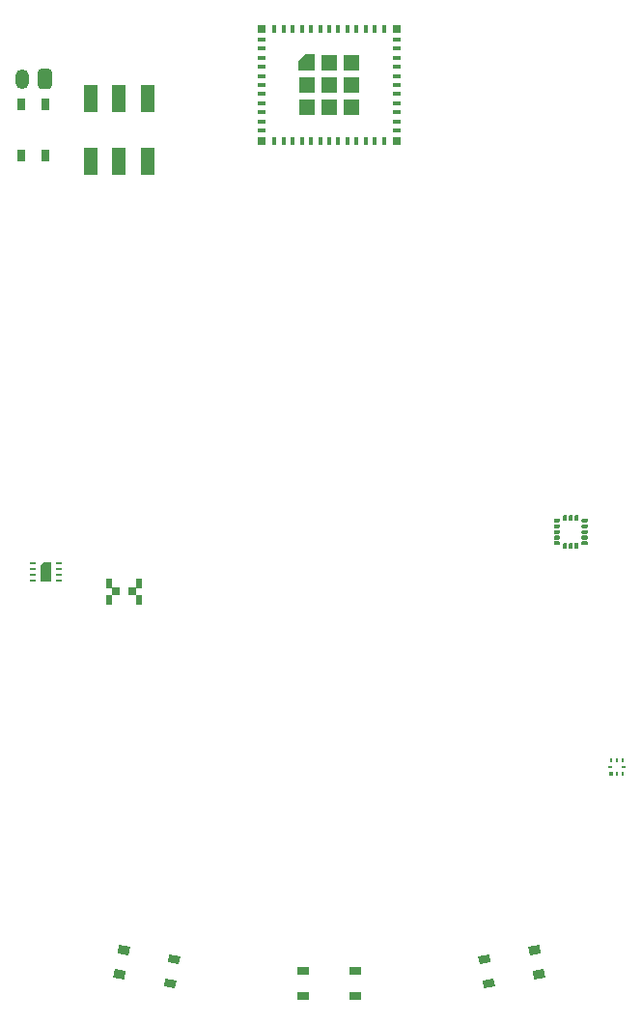
<source format=gts>
G04 #@! TF.GenerationSoftware,KiCad,Pcbnew,6.0.7+dfsg-1~bpo11+1*
G04 #@! TF.CreationDate,2023-01-24T09:36:58+00:00*
G04 #@! TF.ProjectId,aws-iot-expresslink-demo-badge,6177732d-696f-4742-9d65-787072657373,1*
G04 #@! TF.SameCoordinates,Original*
G04 #@! TF.FileFunction,Soldermask,Top*
G04 #@! TF.FilePolarity,Negative*
%FSLAX46Y46*%
G04 Gerber Fmt 4.6, Leading zero omitted, Abs format (unit mm)*
G04 Created by KiCad (PCBNEW 6.0.7+dfsg-1~bpo11+1) date 2023-01-24 09:36:58*
%MOMM*%
%LPD*%
G01*
G04 APERTURE LIST*
%ADD10R,0.800000X0.800000*%
%ADD11R,0.711200X0.990600*%
%ADD12R,0.800000X0.400000*%
%ADD13R,0.400000X0.800000*%
%ADD14R,1.450000X1.450000*%
%ADD15R,0.700000X0.700000*%
%ADD16R,0.370000X0.450000*%
%ADD17R,0.270000X0.450000*%
%ADD18R,0.450000X0.270000*%
%ADD19R,0.558800X0.889000*%
%ADD20R,0.990600X0.711200*%
%ADD21R,0.550000X0.250000*%
%ADD22R,1.193800X2.489200*%
%ADD23O,1.200000X1.750000*%
G04 APERTURE END LIST*
D10*
X92156700Y-135839200D03*
X93656700Y-135839200D03*
G36*
X124067884Y-168475047D02*
G01*
X123944385Y-167774651D01*
X124919936Y-167602635D01*
X125043435Y-168303031D01*
X124067884Y-168475047D01*
G37*
G36*
X128499521Y-167693630D02*
G01*
X128376022Y-166993234D01*
X129351573Y-166821218D01*
X129475072Y-167521614D01*
X128499521Y-167693630D01*
G37*
G36*
X124441227Y-170592382D02*
G01*
X124317728Y-169891986D01*
X125293279Y-169719970D01*
X125416778Y-170420366D01*
X124441227Y-170592382D01*
G37*
G36*
X128872864Y-169810965D02*
G01*
X128749365Y-169110569D01*
X129724916Y-168938553D01*
X129848415Y-169638949D01*
X128872864Y-169810965D01*
G37*
D11*
X83845400Y-97652401D03*
X83845400Y-93152399D03*
X85995398Y-97652401D03*
X85995398Y-93152399D03*
G36*
X92317728Y-167521614D02*
G01*
X92441227Y-166821218D01*
X93416778Y-166993234D01*
X93293279Y-167693630D01*
X92317728Y-167521614D01*
G37*
G36*
X96749365Y-168303031D02*
G01*
X96872864Y-167602635D01*
X97848415Y-167774651D01*
X97724916Y-168475047D01*
X96749365Y-168303031D01*
G37*
G36*
X91944385Y-169638949D02*
G01*
X92067884Y-168938553D01*
X93043435Y-169110569D01*
X92919936Y-169810965D01*
X91944385Y-169638949D01*
G37*
G36*
X96376022Y-170420366D02*
G01*
X96499521Y-169719970D01*
X97475072Y-169891986D01*
X97351573Y-170592382D01*
X96376022Y-170420366D01*
G37*
D12*
X104996400Y-87440000D03*
X104996400Y-88240000D03*
X104996400Y-89040000D03*
X104996400Y-89840000D03*
X104996400Y-90640000D03*
X104996400Y-91440000D03*
X104996400Y-92240000D03*
X104996400Y-93040000D03*
X104996400Y-93840000D03*
X104996400Y-94640000D03*
X104996400Y-95440000D03*
D13*
X106096400Y-96340000D03*
X106896400Y-96340000D03*
X107696400Y-96340000D03*
X108496400Y-96340000D03*
X109296400Y-96340000D03*
X110096400Y-96340000D03*
X110896400Y-96340000D03*
X111696400Y-96340000D03*
X112496400Y-96340000D03*
X113296400Y-96340000D03*
X114096400Y-96340000D03*
X114896400Y-96340000D03*
X115696400Y-96340000D03*
D12*
X116796400Y-95440000D03*
X116796400Y-94640000D03*
X116796400Y-93840000D03*
X116796400Y-93040000D03*
X116796400Y-92240000D03*
X116796400Y-91440000D03*
X116796400Y-90640000D03*
X116796400Y-89840000D03*
X116796400Y-89040000D03*
X116796400Y-88240000D03*
X116796400Y-87440000D03*
D14*
X108921400Y-93415000D03*
X112871400Y-93415000D03*
X112871400Y-89465000D03*
D13*
X106896400Y-86540000D03*
X110096400Y-86540000D03*
D14*
X110896400Y-89465000D03*
D13*
X109296400Y-86540000D03*
D15*
X104946400Y-86490000D03*
D13*
X111696400Y-86540000D03*
X114896400Y-86540000D03*
D15*
X116846400Y-96390000D03*
D13*
X114096400Y-86540000D03*
D14*
X108921400Y-91440000D03*
D15*
X116846400Y-86490000D03*
D14*
X110896400Y-91440000D03*
X110896400Y-93415000D03*
D13*
X110896400Y-86540000D03*
G36*
X109646400Y-90190000D02*
G01*
X108196400Y-90190000D01*
X108196400Y-89340000D01*
X108796400Y-88740000D01*
X109646400Y-88740000D01*
X109646400Y-90190000D01*
G37*
X108496400Y-86540000D03*
X107696400Y-86540000D03*
X112496400Y-86540000D03*
X115696400Y-86540000D03*
D15*
X104946400Y-96390000D03*
D13*
X113296400Y-86540000D03*
X106096400Y-86540000D03*
D14*
X112871400Y-91440000D03*
D16*
X135594000Y-151780800D03*
D17*
X136144000Y-151780800D03*
X136644000Y-151780800D03*
D18*
X136744000Y-151180800D03*
D17*
X136644000Y-150580800D03*
X136144000Y-150580800D03*
X135644000Y-150580800D03*
D18*
X135544000Y-151180800D03*
D19*
X94227299Y-136589201D03*
X94227299Y-135089199D03*
X91586101Y-135089199D03*
X91586101Y-136589201D03*
D20*
X108646399Y-169091801D03*
X113146401Y-169091801D03*
X108646399Y-171241799D03*
X113146401Y-171241799D03*
D21*
X84873499Y-133336600D03*
X84873499Y-133836600D03*
X84873499Y-134336600D03*
X84873499Y-134836600D03*
X87223499Y-134836600D03*
X87223499Y-134336600D03*
X87223499Y-133836600D03*
X87223499Y-133336600D03*
G36*
X86548499Y-134936600D02*
G01*
X85548499Y-134936600D01*
X85548499Y-133536600D01*
X85848499Y-133236600D01*
X86548499Y-133236600D01*
X86548499Y-134936600D01*
G37*
G36*
G01*
X130580000Y-129694300D02*
X130580000Y-129519300D01*
G75*
G02*
X130667500Y-129431800I87500J0D01*
G01*
X131042500Y-129431800D01*
G75*
G02*
X131130000Y-129519300I0J-87500D01*
G01*
X131130000Y-129694300D01*
G75*
G02*
X131042500Y-129781800I-87500J0D01*
G01*
X130667500Y-129781800D01*
G75*
G02*
X130580000Y-129694300I0J87500D01*
G01*
G37*
G36*
G01*
X130580000Y-130194300D02*
X130580000Y-130019300D01*
G75*
G02*
X130667500Y-129931800I87500J0D01*
G01*
X131042500Y-129931800D01*
G75*
G02*
X131130000Y-130019300I0J-87500D01*
G01*
X131130000Y-130194300D01*
G75*
G02*
X131042500Y-130281800I-87500J0D01*
G01*
X130667500Y-130281800D01*
G75*
G02*
X130580000Y-130194300I0J87500D01*
G01*
G37*
G36*
G01*
X130580000Y-130694300D02*
X130580000Y-130519300D01*
G75*
G02*
X130667500Y-130431800I87500J0D01*
G01*
X131042500Y-130431800D01*
G75*
G02*
X131130000Y-130519300I0J-87500D01*
G01*
X131130000Y-130694300D01*
G75*
G02*
X131042500Y-130781800I-87500J0D01*
G01*
X130667500Y-130781800D01*
G75*
G02*
X130580000Y-130694300I0J87500D01*
G01*
G37*
G36*
G01*
X130580000Y-131194300D02*
X130580000Y-131019300D01*
G75*
G02*
X130667500Y-130931800I87500J0D01*
G01*
X131042500Y-130931800D01*
G75*
G02*
X131130000Y-131019300I0J-87500D01*
G01*
X131130000Y-131194300D01*
G75*
G02*
X131042500Y-131281800I-87500J0D01*
G01*
X130667500Y-131281800D01*
G75*
G02*
X130580000Y-131194300I0J87500D01*
G01*
G37*
G36*
G01*
X130580000Y-131694300D02*
X130580000Y-131519300D01*
G75*
G02*
X130667500Y-131431800I87500J0D01*
G01*
X131042500Y-131431800D01*
G75*
G02*
X131130000Y-131519300I0J-87500D01*
G01*
X131130000Y-131694300D01*
G75*
G02*
X131042500Y-131781800I-87500J0D01*
G01*
X130667500Y-131781800D01*
G75*
G02*
X130580000Y-131694300I0J87500D01*
G01*
G37*
G36*
G01*
X131405000Y-132019300D02*
X131405000Y-131644300D01*
G75*
G02*
X131492500Y-131556800I87500J0D01*
G01*
X131667500Y-131556800D01*
G75*
G02*
X131755000Y-131644300I0J-87500D01*
G01*
X131755000Y-132019300D01*
G75*
G02*
X131667500Y-132106800I-87500J0D01*
G01*
X131492500Y-132106800D01*
G75*
G02*
X131405000Y-132019300I0J87500D01*
G01*
G37*
G36*
G01*
X131905000Y-132019300D02*
X131905000Y-131644300D01*
G75*
G02*
X131992500Y-131556800I87500J0D01*
G01*
X132167500Y-131556800D01*
G75*
G02*
X132255000Y-131644300I0J-87500D01*
G01*
X132255000Y-132019300D01*
G75*
G02*
X132167500Y-132106800I-87500J0D01*
G01*
X131992500Y-132106800D01*
G75*
G02*
X131905000Y-132019300I0J87500D01*
G01*
G37*
G36*
G01*
X132405000Y-132019300D02*
X132405000Y-131644300D01*
G75*
G02*
X132492500Y-131556800I87500J0D01*
G01*
X132667500Y-131556800D01*
G75*
G02*
X132755000Y-131644300I0J-87500D01*
G01*
X132755000Y-132019300D01*
G75*
G02*
X132667500Y-132106800I-87500J0D01*
G01*
X132492500Y-132106800D01*
G75*
G02*
X132405000Y-132019300I0J87500D01*
G01*
G37*
G36*
G01*
X133030000Y-131694300D02*
X133030000Y-131519300D01*
G75*
G02*
X133117500Y-131431800I87500J0D01*
G01*
X133492500Y-131431800D01*
G75*
G02*
X133580000Y-131519300I0J-87500D01*
G01*
X133580000Y-131694300D01*
G75*
G02*
X133492500Y-131781800I-87500J0D01*
G01*
X133117500Y-131781800D01*
G75*
G02*
X133030000Y-131694300I0J87500D01*
G01*
G37*
G36*
G01*
X133030000Y-131194300D02*
X133030000Y-131019300D01*
G75*
G02*
X133117500Y-130931800I87500J0D01*
G01*
X133492500Y-130931800D01*
G75*
G02*
X133580000Y-131019300I0J-87500D01*
G01*
X133580000Y-131194300D01*
G75*
G02*
X133492500Y-131281800I-87500J0D01*
G01*
X133117500Y-131281800D01*
G75*
G02*
X133030000Y-131194300I0J87500D01*
G01*
G37*
G36*
G01*
X133030000Y-130694300D02*
X133030000Y-130519300D01*
G75*
G02*
X133117500Y-130431800I87500J0D01*
G01*
X133492500Y-130431800D01*
G75*
G02*
X133580000Y-130519300I0J-87500D01*
G01*
X133580000Y-130694300D01*
G75*
G02*
X133492500Y-130781800I-87500J0D01*
G01*
X133117500Y-130781800D01*
G75*
G02*
X133030000Y-130694300I0J87500D01*
G01*
G37*
G36*
G01*
X133030000Y-130194300D02*
X133030000Y-130019300D01*
G75*
G02*
X133117500Y-129931800I87500J0D01*
G01*
X133492500Y-129931800D01*
G75*
G02*
X133580000Y-130019300I0J-87500D01*
G01*
X133580000Y-130194300D01*
G75*
G02*
X133492500Y-130281800I-87500J0D01*
G01*
X133117500Y-130281800D01*
G75*
G02*
X133030000Y-130194300I0J87500D01*
G01*
G37*
G36*
G01*
X133030000Y-129694300D02*
X133030000Y-129519300D01*
G75*
G02*
X133117500Y-129431800I87500J0D01*
G01*
X133492500Y-129431800D01*
G75*
G02*
X133580000Y-129519300I0J-87500D01*
G01*
X133580000Y-129694300D01*
G75*
G02*
X133492500Y-129781800I-87500J0D01*
G01*
X133117500Y-129781800D01*
G75*
G02*
X133030000Y-129694300I0J87500D01*
G01*
G37*
G36*
G01*
X132405000Y-129569300D02*
X132405000Y-129194300D01*
G75*
G02*
X132492500Y-129106800I87500J0D01*
G01*
X132667500Y-129106800D01*
G75*
G02*
X132755000Y-129194300I0J-87500D01*
G01*
X132755000Y-129569300D01*
G75*
G02*
X132667500Y-129656800I-87500J0D01*
G01*
X132492500Y-129656800D01*
G75*
G02*
X132405000Y-129569300I0J87500D01*
G01*
G37*
G36*
G01*
X131905000Y-129569300D02*
X131905000Y-129194300D01*
G75*
G02*
X131992500Y-129106800I87500J0D01*
G01*
X132167500Y-129106800D01*
G75*
G02*
X132255000Y-129194300I0J-87500D01*
G01*
X132255000Y-129569300D01*
G75*
G02*
X132167500Y-129656800I-87500J0D01*
G01*
X131992500Y-129656800D01*
G75*
G02*
X131905000Y-129569300I0J87500D01*
G01*
G37*
G36*
G01*
X131405000Y-129569300D02*
X131405000Y-129194300D01*
G75*
G02*
X131492500Y-129106800I87500J0D01*
G01*
X131667500Y-129106800D01*
G75*
G02*
X131755000Y-129194300I0J-87500D01*
G01*
X131755000Y-129569300D01*
G75*
G02*
X131667500Y-129656800I-87500J0D01*
G01*
X131492500Y-129656800D01*
G75*
G02*
X131405000Y-129569300I0J87500D01*
G01*
G37*
D22*
X94956000Y-92646500D03*
X92456000Y-92646500D03*
X89956000Y-92646500D03*
X94956000Y-98158300D03*
X92456000Y-98158300D03*
X89956000Y-98158300D03*
G36*
G01*
X86563000Y-90270000D02*
X86563000Y-91520000D01*
G75*
G02*
X86313000Y-91770000I-250000J0D01*
G01*
X85613000Y-91770000D01*
G75*
G02*
X85363000Y-91520000I0J250000D01*
G01*
X85363000Y-90270000D01*
G75*
G02*
X85613000Y-90020000I250000J0D01*
G01*
X86313000Y-90020000D01*
G75*
G02*
X86563000Y-90270000I0J-250000D01*
G01*
G37*
D23*
X83963000Y-90895000D03*
M02*

</source>
